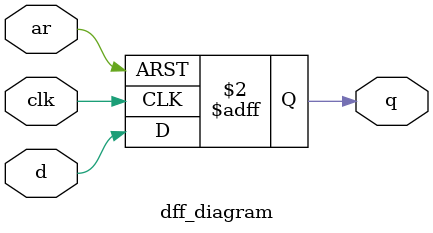
<source format=sv>
module dff_diagram 
(
  input clk,
  input d, 
  input ar,
  output q
);

  always @(posedge clk or posedge ar) begin
    if (ar) begin
      q <= 0;
    end
    else begin
      q <= d;
    end
  end

endmodule
</source>
